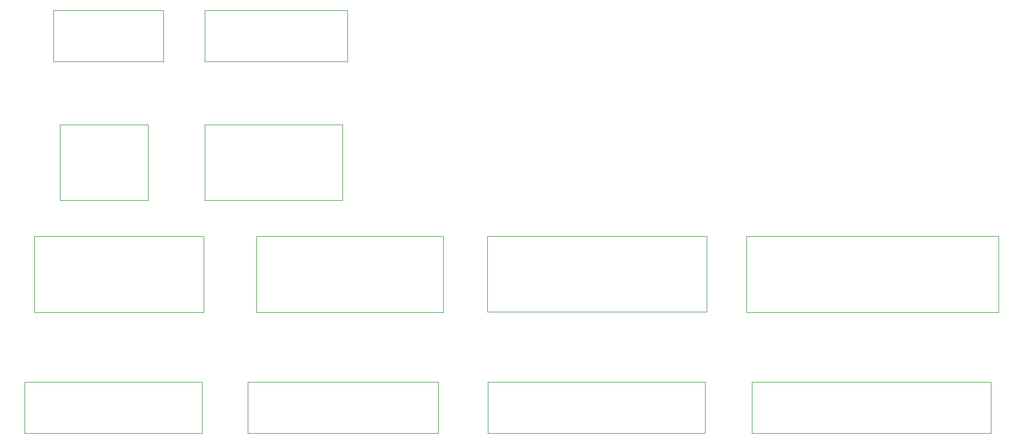
<source format=gbr>
G04 #@! TF.GenerationSoftware,KiCad,Pcbnew,8.0.3*
G04 #@! TF.CreationDate,2025-06-28T13:49:23+03:00*
G04 #@! TF.ProjectId,Camera_Expansion_Board_V2.0,43616d65-7261-45f4-9578-70616e73696f,rev?*
G04 #@! TF.SameCoordinates,Original*
G04 #@! TF.FileFunction,Other,User*
%FSLAX46Y46*%
G04 Gerber Fmt 4.6, Leading zero omitted, Abs format (unit mm)*
G04 Created by KiCad (PCBNEW 8.0.3) date 2025-06-28 13:49:23*
%MOMM*%
%LPD*%
G01*
G04 APERTURE LIST*
%ADD10C,0.050000*%
G04 APERTURE END LIST*
D10*
X97393750Y-58778750D02*
X80353750Y-58778750D01*
X80353750Y-66723750D01*
X97393750Y-66723750D01*
X97393750Y-58778750D01*
X147843750Y-93886250D02*
X147843750Y-105686250D01*
X147843750Y-105686250D02*
X181943750Y-105686250D01*
X181943750Y-93886250D02*
X147843750Y-93886250D01*
X181943750Y-105686250D02*
X181943750Y-93886250D01*
X126073750Y-58778750D02*
X103823750Y-58778750D01*
X103823750Y-66723750D01*
X126073750Y-66723750D01*
X126073750Y-58778750D01*
X75843750Y-124573750D02*
X103443750Y-124573750D01*
X103443750Y-116628750D01*
X75843750Y-116628750D01*
X75843750Y-124573750D01*
X103903750Y-76546250D02*
X103903750Y-88346250D01*
X103903750Y-88346250D02*
X125303750Y-88346250D01*
X125303750Y-76546250D02*
X103903750Y-76546250D01*
X125303750Y-88346250D02*
X125303750Y-76546250D01*
X147862500Y-124573750D02*
X181662500Y-124573750D01*
X181662500Y-116628750D01*
X147862500Y-116628750D01*
X147862500Y-124573750D01*
X188100000Y-93918750D02*
X188100000Y-105718750D01*
X188100000Y-105718750D02*
X227300000Y-105718750D01*
X227300000Y-93918750D02*
X188100000Y-93918750D01*
X227300000Y-105718750D02*
X227300000Y-93918750D01*
X111933750Y-93926250D02*
X111933750Y-105726250D01*
X111933750Y-105726250D02*
X140933750Y-105726250D01*
X140933750Y-93926250D02*
X111933750Y-93926250D01*
X140933750Y-105726250D02*
X140933750Y-93926250D01*
X77323750Y-93936250D02*
X77323750Y-105736250D01*
X77323750Y-105736250D02*
X103723750Y-105736250D01*
X103723750Y-93936250D02*
X77323750Y-93936250D01*
X103723750Y-105736250D02*
X103723750Y-93936250D01*
X81353750Y-76536250D02*
X81353750Y-88336250D01*
X81353750Y-88336250D02*
X95053750Y-88336250D01*
X95053750Y-76536250D02*
X81353750Y-76536250D01*
X95053750Y-88336250D02*
X95053750Y-76536250D01*
X110533750Y-124573750D02*
X140173750Y-124573750D01*
X140173750Y-116628750D01*
X110533750Y-116628750D01*
X110533750Y-124573750D01*
X188980000Y-124573750D02*
X226150000Y-124573750D01*
X226150000Y-116628750D01*
X188980000Y-116628750D01*
X188980000Y-124573750D01*
M02*

</source>
